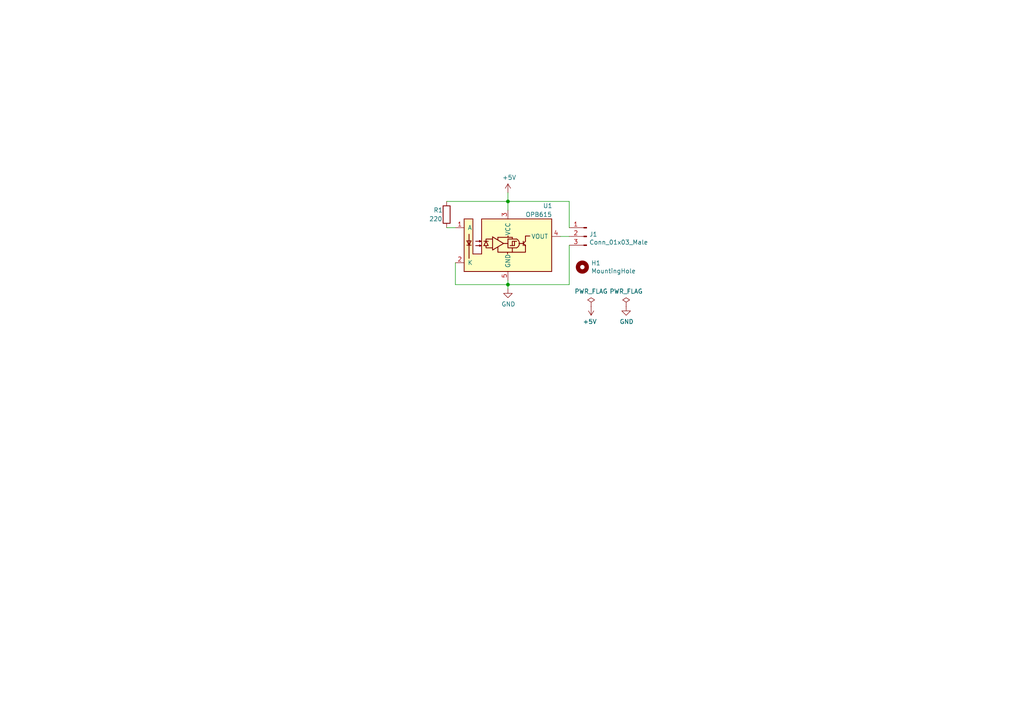
<source format=kicad_sch>
(kicad_sch (version 20211123) (generator eeschema)
  (paper "A4")
  (lib_symbols
    (symbol "Connector:Conn_01x03_Male" (pin_names (offset 1.016) hide)
      (property "Reference" "J" (at 0 5.08 0))
      (property "Value" "Conn_01x03_Male" (at 0 -5.08 0))
      (symbol "Conn_01x03_Male_1_1"
        (polyline (pts (xy 1.27 -2.54) (xy 0.8636 -2.54)) (stroke (width 0.1524)))
        (polyline (pts (xy 1.27 0) (xy 0.8636 0)) (stroke (width 0.1524)))
        (polyline (pts (xy 1.27 2.54) (xy 0.8636 2.54)) (stroke (width 0.1524)))
        (rectangle (start 0.8636 -2.413) (end 0 -2.667) (stroke (width 0.1524)) (fill (type outline)))
        (rectangle (start 0.8636 0.127) (end 0 -0.127) (stroke (width 0.1524)) (fill (type outline)))
        (rectangle (start 0.8636 2.667) (end 0 2.413) (stroke (width 0.1524)) (fill (type outline)))
        (pin passive line (at 5.08 2.54 180) (length 3.81) (name "Pin_1") (number "1"))
        (pin passive line (at 5.08 0 180) (length 3.81) (name "Pin_2") (number "2"))
        (pin passive line (at 5.08 -2.54 180) (length 3.81) (name "Pin_3") (number "3"))
      )
    )
    (symbol "Device:R" (pin_numbers hide) (pin_names (offset 0))
      (property "Reference" "R" (at 2.032 0 90))
      (property "Value" "R" (at 0 0 90))
      (symbol "R_0_1"
        (rectangle (start -1.016 -2.54) (end 1.016 2.54) (stroke (width 0.254)))
      )
      (symbol "R_1_1"
        (pin passive line (at 0 3.81 270) (length 1.27) (name "~") (number "1"))
        (pin passive line (at 0 -3.81 90) (length 1.27) (name "~") (number "2"))
      )
    )
    (symbol "KiCadCustomLib:OPB615" (pin_names (offset 1.016))
      (property "Reference" "U" (at -11.43 8.89 0))
      (property "Value" "OPB615" (at 3.556 8.89 0))
      (symbol "OPB615_0_1"
        (polyline (pts (xy -11.9126 0) (xy -10.6426 0)) (stroke (width 0.254)))
        (polyline (pts (xy -11.2776 -3.81) (xy -11.2776 3.175)) (stroke (width 0.254)))
        (polyline (pts (xy -6.985 1.143) (xy -5.715 1.143)) (stroke (width 0.254)))
        (polyline (pts (xy -2.921 1.524) (xy -2.921 2.286)) (stroke (width 0.254)))
        (polyline (pts (xy -2.921 2.286) (xy 1.27 2.286)) (stroke (width 0.254)))
        (polyline (pts (xy -1.27 0.508) (xy 0 0.508)) (stroke (width 0.254)))
        (polyline (pts (xy -0.1016 -2.5146) (xy -0.1016 -2.0828)) (stroke (width 0.254)))
        (polyline (pts (xy 0 1.778) (xy 2.54 1.778)) (stroke (width 0.254)))
        (polyline (pts (xy 0.0254 2.3114) (xy 0.0254 2.7178)) (stroke (width 0.254)))
        (polyline (pts (xy 1.27 1.9304) (xy 1.27 2.286)) (stroke (width 0.254)))
        (polyline (pts (xy 3.175 0.508) (xy 4.445 0.508)) (stroke (width 0.254)))
        (polyline (pts (xy 4.445 0.508) (xy 5.08 -0.127)) (stroke (width 0.254)))
        (polyline (pts (xy 4.445 0.508) (xy 5.08 1.143)) (stroke (width 0.254)))
        (polyline (pts (xy 4.445 1.143) (xy 4.445 -0.127)) (stroke (width 0.254)))
        (polyline (pts (xy -9.3472 -0.127) (xy -7.8232 -0.127) (xy -8.2296 0.0762)) (stroke (width 0.254)))
        (polyline (pts (xy -9.3472 1.143) (xy -7.8232 1.143) (xy -8.2296 1.3462)) (stroke (width 0.254)))
        (polyline (pts (xy -8.2296 0.0762) (xy -8.2296 -0.3302) (xy -7.8232 -0.127)) (stroke (width 0.254)))
        (polyline (pts (xy -8.2296 1.3462) (xy -8.2296 0.9398) (xy -7.8232 1.143)) (stroke (width 0.254)))
        (polyline (pts (xy -6.35 -0.127) (xy -6.35 -0.762) (xy -4.445 -0.762)) (stroke (width 0.254)))
        (polyline (pts (xy -6.35 1.143) (xy -6.35 1.778) (xy -4.445 1.778)) (stroke (width 0.254)))
        (polyline (pts (xy 0 1.778) (xy 0 -0.762) (xy 2.54 -0.762)) (stroke (width 0.254)))
        (polyline (pts (xy 1.27 -2.032) (xy -2.921 -2.032) (xy -2.921 -0.508)) (stroke (width 0.254)))
        (polyline (pts (xy 1.905 1.143) (xy 1.27 1.143) (xy 1.27 -0.127)) (stroke (width 0.254)))
        (polyline (pts (xy 5.08 1.143) (xy 5.08 2.667) (xy 6.35 2.667)) (stroke (width 0.254)))
        (polyline (pts (xy -11.9126 1.27) (xy -10.6426 1.27) (xy -11.2776 0) (xy -11.9126 1.27)) (stroke (width 0.254)))
        (polyline (pts (xy -6.985 -0.127) (xy -5.715 -0.127) (xy -6.35 1.143) (xy -6.985 -0.127)) (stroke (width 0.254)))
        (polyline (pts (xy -4.445 2.413) (xy -4.445 -1.397) (xy -1.27 0.508) (xy -4.445 2.413)) (stroke (width 0.254)))
        (polyline (pts (xy 0.635 -0.127) (xy 1.905 -0.127) (xy 1.905 1.143) (xy 2.54 1.143)) (stroke (width 0.254)))
        (polyline (pts (xy 1.27 -0.762) (xy 1.27 -2.032) (xy 5.08 -2.032) (xy 5.08 -0.127)) (stroke (width 0.254)))
        (polyline (pts (xy 5.08 -0.127) (xy 4.826 -0.0762) (xy 5.0292 0.127) (xy 5.08 -0.127)) (stroke (width 0.254)))
        (polyline (pts (xy -12.7 -7.62) (xy 12.7 -7.62) (xy 12.7 7.62) (xy -7.62 7.62) (xy -7.62 -2.54) (xy -10.16 -2.54) (xy -10.16 7.62) (xy -12.7 7.62) (xy -12.7 -7.62)) (stroke (width 0.254)) (fill (type background)))
        (arc (start 2.54 -0.762) (mid 3.3249 0.508) (end 2.54 1.778) (stroke (width 0.254)))
      )
      (symbol "OPB615_1_1"
        (pin passive line (at -15.24 5.08 0) (length 2.54) (name "A") (number "1"))
        (pin passive line (at -15.24 -5.08 0) (length 2.54) (name "K") (number "2"))
        (pin power_in line (at 0 10.16 270) (length 2.54) (name "VCC") (number "3"))
        (pin open_collector line (at 15.24 2.54 180) (length 2.54) (name "VOUT") (number "4"))
        (pin power_in line (at 0 -10.16 90) (length 2.54) (name "GND") (number "5"))
      )
    )
    (symbol "Mechanical:MountingHole" (pin_names (offset 1.016))
      (property "Reference" "H" (at 0 5.08 0))
      (property "Value" "MountingHole" (at 0 3.175 0))
      (symbol "MountingHole_0_1"
        (circle (center 0 0) (radius 1.27) (stroke (width 1.27)))
      )
    )
    (symbol "power:+5V" (power) (pin_names (offset 0))
      (property "Value" "+5V" (at 0 3.556 0))
      (symbol "+5V_0_1"
        (polyline (pts (xy -0.762 1.27) (xy 0 2.54)))
        (polyline (pts (xy 0 0) (xy 0 2.54)))
        (polyline (pts (xy 0 2.54) (xy 0.762 1.27)))
      )
      (symbol "+5V_1_1"
        (pin power_in line (at 0 0 90) (length 0) hide (name "+5V") (number "1"))
      )
    )
    (symbol "power:GND" (power) (pin_names (offset 0))
      (property "Value" "GND" (at 0 -3.81 0))
      (symbol "GND_0_1"
        (polyline (pts (xy 0 0) (xy 0 -1.27) (xy 1.27 -1.27) (xy 0 -2.54) (xy -1.27 -1.27) (xy 0 -1.27)))
      )
      (symbol "GND_1_1"
        (pin power_in line (at 0 0 270) (length 0) hide (name "GND") (number "1"))
      )
    )
    (symbol "power:PWR_FLAG" (power) (pin_numbers hide) (pin_names (offset 0) hide)
      (property "Value" "PWR_FLAG" (at 0 3.81 0))
      (symbol "PWR_FLAG_0_0"
        (pin power_out line (at 0 0 90) (length 0) (name "pwr") (number "1"))
      )
      (symbol "PWR_FLAG_0_1"
        (polyline (pts (xy 0 0) (xy 0 1.27) (xy -1.016 1.905) (xy 0 2.54) (xy 1.016 1.905) (xy 0 1.27)))
      )
    )
  )
  (junction (at 147.32 82.55))
  (junction (at 147.32 58.42))
  (wire (pts (xy 147.32 58.42) (xy 147.32 60.96)))
  (wire (pts (xy 147.32 82.55) (xy 147.32 83.82)))
  (wire (pts (xy 165.1 71.12) (xy 165.1 82.55)))
  (wire (pts (xy 129.54 58.42) (xy 147.32 58.42)))
  (wire (pts (xy 147.32 81.28) (xy 147.32 82.55)))
  (wire (pts (xy 132.08 76.2) (xy 132.08 82.55)))
  (wire (pts (xy 165.1 82.55) (xy 147.32 82.55)))
  (wire (pts (xy 165.1 68.58) (xy 162.56 68.58)))
  (wire (pts (xy 165.1 58.42) (xy 147.32 58.42)))
  (wire (pts (xy 132.08 82.55) (xy 147.32 82.55)))
  (wire (pts (xy 147.32 55.88) (xy 147.32 58.42)))
  (wire (pts (xy 165.1 66.04) (xy 165.1 58.42)))
  (wire (pts (xy 129.54 66.04) (xy 132.08 66.04)))
  (symbol (lib_id "KiCadCustomLib:OPB615") (at 147.32 71.12 0) (unit 1)
    (property "Reference" "U1" (at 157.48 59.69 0) (effects (justify left)))
    (property "Value" "OPB615" (at 152.4 62.23 0) (effects (justify left)))
    (property "Footprint" "KiCAD Libraries:OPB61x" (effects hide))
    (property "Datasheet" "https://www.ttelectronics.com/TTElectronics/media/ProductFiles/Datasheets/OPB615-625-665.pdf" (effects hide))
  )
  (symbol (lib_id "Device:R") (at 129.54 62.23 180) (unit 1)
    (property "Reference" "R1" (at 125.73 60.96 0) (effects (justify right)))
    (property "Value" "220" (at 124.46 63.5 0) (effects (justify right)))
    (property "Footprint" "Resistor_THT:R_Axial_DIN0204_L3.6mm_D1.6mm_P5.08mm_Horizontal" (effects hide))
    (property "Datasheet" "https://www.seielect.com/catalog/sei-cf_cfm.pdf" (effects hide))
    (property "PN" "CFM14JA220R" (effects hide))
  )
  (symbol (lib_id "Connector:Conn_01x03_Male") (at 170.18 68.58 0) (mirror y) (unit 1)
    (property "Reference" "J1" (at 170.8912 67.9704 0) (effects (justify right)))
    (property "Value" "Conn_01x03_Male" (at 170.8912 70.2818 0) (effects (justify right)))
    (property "Footprint" "Connector_PinHeader_2.54mm:PinHeader_1x03_P2.54mm_Horizontal" (effects hide))
  )
  (symbol (lib_id "power:PWR_FLAG") (at 171.45 88.9 0) (unit 1)
    (property "Reference" "#FLG01" (effects hide))
    (property "Value" "PWR_FLAG" (at 171.45 84.5058 0))
  )
  (symbol (lib_id "power:PWR_FLAG") (at 181.61 88.9 0) (unit 1)
    (property "Reference" "#FLG02" (effects hide))
    (property "Value" "PWR_FLAG" (at 181.61 84.5058 0))
  )
  (symbol (lib_id "power:+5V") (at 147.32 55.88 0) (unit 1)
    (property "Reference" "#PWR01" (effects hide))
    (property "Value" "+5V" (at 147.701 51.4858 0))
  )
  (symbol (lib_id "power:GND") (at 147.32 83.82 0) (unit 1)
    (property "Reference" "#PWR02" (effects hide))
    (property "Value" "GND" (at 147.447 88.2142 0))
  )
  (symbol (lib_id "power:+5V") (at 171.45 88.9 180) (unit 1)
    (property "Reference" "#PWR03" (effects hide))
    (property "Value" "+5V" (at 171.069 93.2942 0))
  )
  (symbol (lib_id "power:GND") (at 181.61 88.9 0) (unit 1)
    (property "Reference" "#PWR04" (effects hide))
    (property "Value" "GND" (at 181.737 93.2942 0))
  )
  (symbol (lib_id "Mechanical:MountingHole") (at 168.91 77.47 0) (unit 1)
    (property "Reference" "H1" (at 171.45 76.3016 0) (effects (justify left)))
    (property "Value" "MountingHole" (at 171.45 78.613 0) (effects (justify left)))
    (property "Footprint" "MountingHole:MountingHole_2.5mm" (effects hide))
  )
)
</source>
